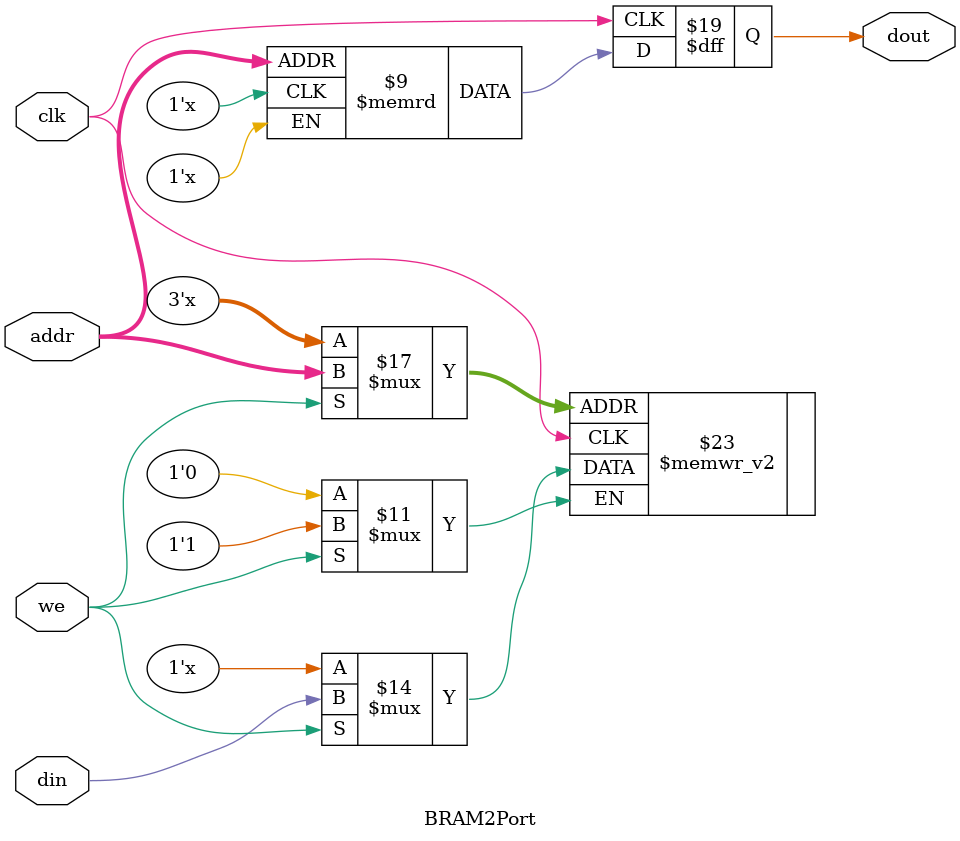
<source format=sv>
module Firewall (
    input logic clk,
    input logic rst_n,
    input logic valid_in,
    input logic [71:0] ip_protocol,  // 72-bit IP protocol info (src_ip, dst_ip, protocol)
    input logic [15:0] src_port,     // Source port
    input logic [15:0] dst_port,     // Destination port
    output logic result_out,         // Result of the Bloom filter check (pass/fail)
    output logic ready_recv,         // Ready signal to receive data
    output logic ready_res           // Ready signal to provide result
);

    // FSM States
    typedef enum logic [1:0] {READY, WAIT, GET_RESULT} state_t;
    state_t state;

    // BRAM Interface Signals (for Bloom filter)
    logic [2:0] bram_addr;          // Address for BRAM
    logic bram_write_en;            // Write enable for BRAM
    logic bram_din;                 // Data input for BRAM
    logic bram_dout;                // Data output from BRAM

    // Hash Output Signals
    logic [31:0] hash_result_1, hash_result_2, hash_result_3; // Three hash results
    logic valid_hash;             // Hash valid signal

    // Instantiate BRAM
    BRAM2Port #(.ADDR_WIDTH(3), .DATA_WIDTH(1)) bram_inst (
        .clk(clk),
        .addr(bram_addr),
        .din(bram_din),
        .dout(bram_dout),
        .we(bram_write_en)
    );

    // Instantiate Hashing Module
    HashModule hash_inst (
        .clk(clk),
        .rst_n(rst_n),
        .valid_in(valid_in),
        .ip_protocol(ip_protocol),
        .src_port(src_port),
        .dst_port(dst_port),
        .hash_out_1(hash_result_1),
        .hash_out_2(hash_result_2),
        .hash_out_3(hash_result_3),
        .valid_hash(valid_hash)
    );

    // FSM Logic for handling Bloom Filter
    always_ff @(posedge clk or negedge rst_n) begin
        if (!rst_n) begin
            state <= READY;
            result_out <= 0;
        end else begin
            case (state)
                READY: begin
                    if (valid_in) begin
                        state <= WAIT;
                    end
                end
                WAIT: begin
                    if (valid_hash) begin
                        // Compute BRAM address from the hash results
                        bram_addr <= hash_result_1[2:0];   // Use one of the hashes for address
                        bram_write_en <= 1;                 // Enable write to BRAM
                        bram_din <= 1;                      // Set data to 1 (indicating presence)
                        state <= GET_RESULT;
                    end
                end
                GET_RESULT: begin
                    result_out <= bram_dout;  // Output the value read from BRAM (check result)
                    state <= READY;           // Go back to READY state
                    bram_write_en <= 0;       // Disable write after result is fetched
                end
            endcase
        end
    end

    // Assigning ready signals
    assign ready_recv = (state == READY);
    assign ready_res = (state == GET_RESULT);

endmodule

// Hash Module with Multiple Hash Functions
module HashModule (
    input logic clk,
    input logic rst_n,
    input logic valid_in,
    input logic [71:0] ip_protocol,
    input logic [15:0] src_port,
    input logic [15:0] dst_port,
    output logic [31:0] hash_out_1,  // First hash output
    output logic [31:0] hash_out_2,  // Second hash output
    output logic [31:0] hash_out_3,  // Third hash output
    output logic valid_hash          // Hash valid signal
);

    // Hash Calculation State Machine
    logic [31:0] a, b, c;
    typedef enum logic [2:0] {IDLE, STEP1, STEP2, DONE} hash_state_t;
    hash_state_t hstate;

    always_ff @(posedge clk or negedge rst_n) begin
        if (!rst_n) begin
            hstate <= IDLE;
            valid_hash <= 0;
        end else begin
            case (hstate)
                IDLE: if (valid_in) begin
                    // Initialize hash variables with input data
                    a <= 32'hdeadbef8 + ip_protocol[71:40];
                    b <= 32'hdeadbef1 + src_port;
                    c <= 32'hdeadbef8 + dst_port;
                    hstate <= STEP1;
                end
                STEP1: begin
                    a <= (a ^ c) - {c[27:0], c[31:28]};
                    hstate <= STEP2;
                end
                STEP2: begin
                    b <= (b ^ a) - {a[6:0], a[31:7]};
                    hash_out_1 <= (b ^ a) - {a[17:0], a[31:18]};   // First hash result
                    hash_out_2 <= (b ^ a) - {a[9:0], a[31:10]};    // Second hash result
                    hash_out_3 <= (b ^ a) - {a[15:0], a[31:16]};   // Third hash result
                    valid_hash <= 1;  // Set valid_hash signal to indicate hash is done
                    hstate <= DONE;
                end
                DONE: hstate <= IDLE;  // Return to IDLE state after completion
            endcase
        end
    end
endmodule

// 1D BRAM Module for Bloom Filter
module BRAM2Port #(parameter ADDR_WIDTH = 3, DATA_WIDTH = 1) (
    input logic clk,
    input logic [ADDR_WIDTH-1:0] addr,  // Address for BRAM
    input logic din,                     // Data input to BRAM
    output logic dout,                   // Data output from BRAM
    input logic we                       // Write enable signal
);
    logic [DATA_WIDTH-1:0] mem [0:(1<<ADDR_WIDTH)-1];  // Memory array

    always_ff @(posedge clk) begin
        if (we)
            mem[addr] <= din;  // Write data into BRAM
        dout <= mem[addr];    // Read data from BRAM
    end
endmodule

</source>
